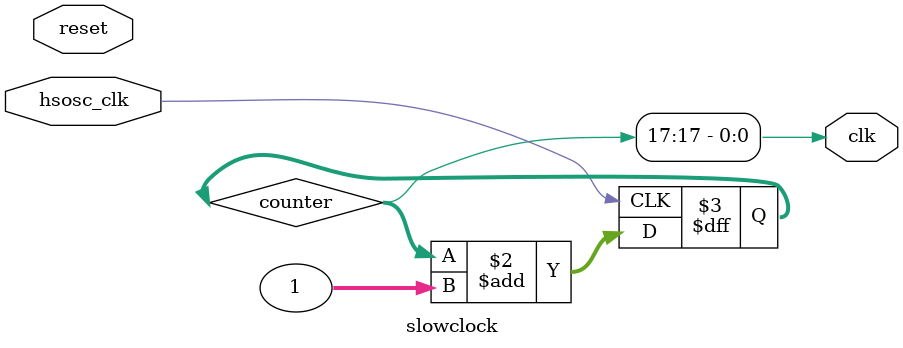
<source format=sv>


module slowclock(input logic reset,
				 input 	 logic hsosc_clk,
				output  logic clk);
	
   logic [31:0] counter;

	// Counter
   always_ff @(posedge hsosc_clk) begin
		//if (!reset) counter <= 0;
		//else counter <= counter + 1;
		counter <= counter + 1;
	end
   
   assign clk = counter[17];
   
 endmodule
</source>
